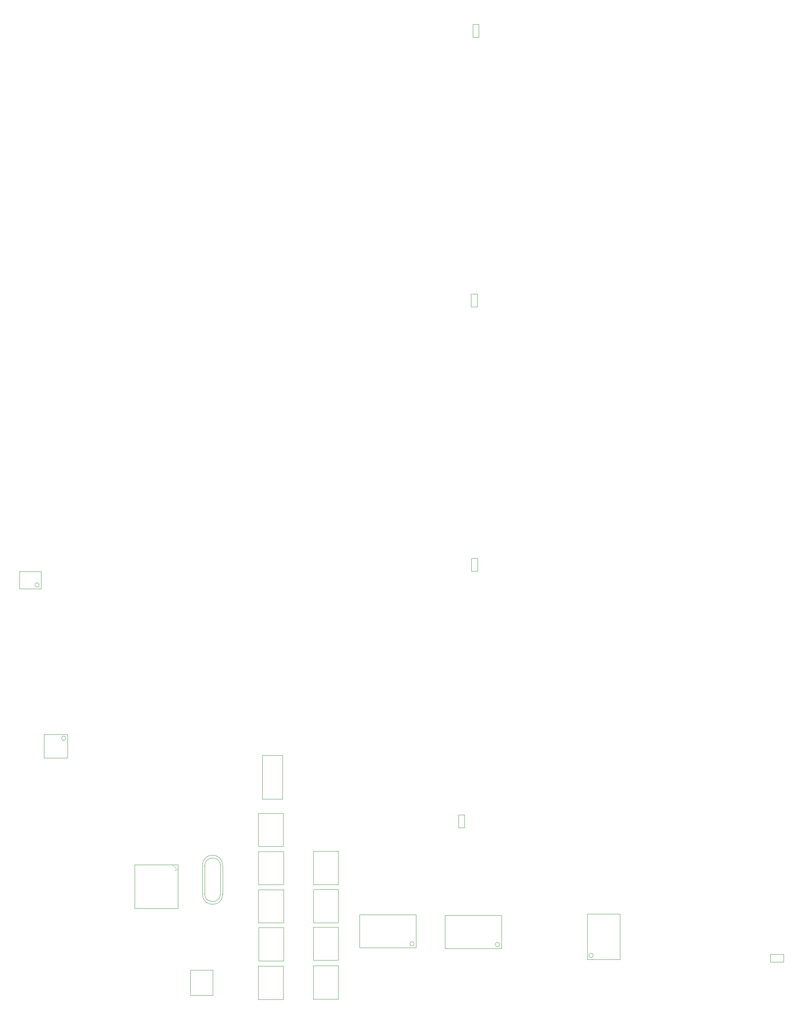
<source format=gbr>
%TF.GenerationSoftware,Altium Limited,Altium Designer,24.10.1 (45)*%
G04 Layer_Color=16711935*
%FSLAX43Y43*%
%MOMM*%
%TF.SameCoordinates,766D9AF5-BA92-4156-BEB6-FD46E2A8267A*%
%TF.FilePolarity,Positive*%
%TF.FileFunction,Other,Mechanical_13*%
%TF.Part,Single*%
G01*
G75*
%TA.AperFunction,NonConductor*%
%ADD100C,0.100*%
%ADD104C,0.000*%
%ADD105C,0.025*%
D100*
X15868Y73542D02*
G03*
X15868Y73542I-500J0D01*
G01*
X96275Y26125D02*
G03*
X96275Y26125I-500J0D01*
G01*
X115975Y25950D02*
G03*
X115975Y25950I-500J0D01*
G01*
X47412Y37536D02*
G03*
X52062Y37536I2325J0D01*
G01*
X51587Y44061D02*
G03*
X47887Y44061I-1850J0D01*
G01*
Y37711D02*
G03*
X51587Y37711I1850J0D01*
G01*
X52062Y44236D02*
G03*
X47412Y44236I-2325J0D01*
G01*
X137593Y23457D02*
G03*
X137593Y23457I-500J0D01*
G01*
X9740Y108909D02*
G03*
X9740Y108909I-500J0D01*
G01*
X78755Y13420D02*
Y21080D01*
X72955D02*
X78755D01*
X72955Y13420D02*
Y21080D01*
Y13420D02*
X78755D01*
X16268Y69042D02*
Y74442D01*
X10868Y69042D02*
Y74442D01*
X16268D01*
X10868Y69042D02*
X16268D01*
X83675Y25225D02*
Y32825D01*
X96675Y25225D02*
Y32825D01*
X83675D02*
X96675D01*
X83675Y25225D02*
X96675D01*
X103375Y25050D02*
Y32650D01*
X116375Y25050D02*
Y32650D01*
X103375D02*
X116375D01*
X103375Y25050D02*
X116375D01*
X44657Y14256D02*
Y20056D01*
X49777D01*
Y14256D02*
Y20056D01*
X44657Y14256D02*
X49777D01*
X181563Y21918D02*
Y23718D01*
X178463Y21918D02*
Y23718D01*
Y21918D02*
X181563D01*
X178463Y23718D02*
X181563D01*
X72955Y39820D02*
X78755D01*
X72955D02*
Y47480D01*
X78755D01*
Y39820D02*
Y47480D01*
X72955Y31005D02*
X78755D01*
X72955D02*
Y38665D01*
X78755D01*
Y31005D02*
Y38665D01*
X72955Y22335D02*
X78755D01*
X72955D02*
Y29995D01*
X78755D01*
Y22335D02*
Y29995D01*
X65872Y59561D02*
Y69561D01*
X61172Y69561D02*
X65872D01*
X61172Y59561D02*
Y69561D01*
Y59561D02*
X65872D01*
X66117Y39761D02*
Y47421D01*
X60317D02*
X66117D01*
X60317Y39761D02*
Y47421D01*
Y39761D02*
X66117D01*
X66067Y48591D02*
Y56251D01*
X60267D02*
X66067D01*
X60267Y48591D02*
Y56251D01*
Y48591D02*
X66067D01*
X51587Y37711D02*
Y44286D01*
X47887Y37711D02*
Y44286D01*
X52062Y37536D02*
Y44236D01*
X47412Y37536D02*
Y44236D01*
X66143Y22197D02*
Y29857D01*
X60343D02*
X66143D01*
X60343Y22197D02*
Y29857D01*
Y22197D02*
X66143D01*
X66042Y13297D02*
Y20957D01*
X60242D02*
X66042D01*
X60242Y13297D02*
Y20957D01*
Y13297D02*
X66042D01*
X66093Y30972D02*
Y38632D01*
X60293D02*
X66093D01*
X60293Y30972D02*
Y38632D01*
Y30972D02*
X66093D01*
X136193Y22557D02*
Y33057D01*
X143793Y22557D02*
Y33057D01*
X136193Y22557D02*
X143793D01*
X136193Y33057D02*
X143793D01*
X109405Y173063D02*
Y176063D01*
X110805Y173063D02*
Y176063D01*
X109405Y173063D02*
X110805D01*
X109405Y176063D02*
X110805D01*
X109775Y235220D02*
Y238220D01*
X111175Y235220D02*
Y238220D01*
X109775Y235220D02*
X111175D01*
X109775Y238220D02*
X111175D01*
X109490Y112075D02*
Y115075D01*
X110890Y112075D02*
Y115075D01*
X109490Y112075D02*
X110890D01*
X109490Y115075D02*
X110890D01*
X106475Y52900D02*
Y55900D01*
X107875Y52900D02*
Y55900D01*
X106475Y52900D02*
X107875D01*
X106475Y55900D02*
X107875D01*
X5140Y108009D02*
X10140D01*
X5140Y112009D02*
X10140D01*
Y108009D02*
Y112009D01*
X5140Y108009D02*
Y112009D01*
D104*
X41351Y43076D02*
G03*
X41351Y43076I-76J0D01*
G01*
D105*
X40491Y44330D02*
X41761Y43060D01*
X31753Y34322D02*
X41761D01*
X31753D02*
Y44330D01*
X41761D01*
Y34322D02*
Y44330D01*
%TF.MD5,cced5705fedba6915296892c45ed64d2*%
M02*

</source>
